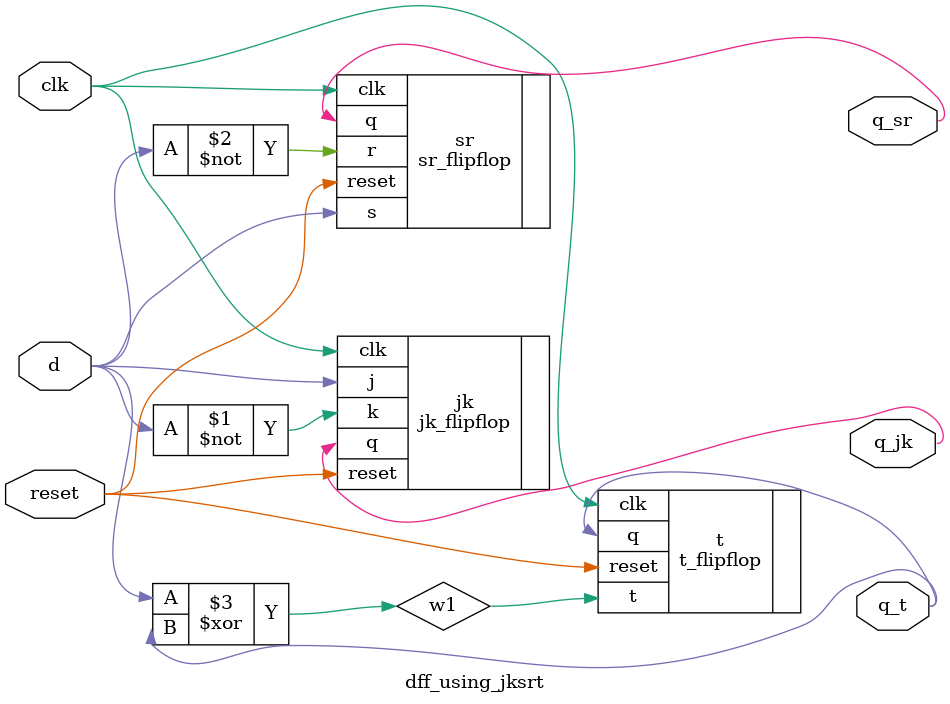
<source format=v>
`timescale 1ns / 1ps

module dff_using_jksrt(input d,clk,reset,
                       output q_jk,q_sr,q_t);
                       
wire w1;

jk_flipflop jk(.j(d),.k(~d),.clk(clk),.reset(reset),.q(q_jk));

sr_flipflop sr(.s(d),.r(~d),.clk(clk),.reset(reset),.q(q_sr));

assign w1=d^q_t;
t_flipflop t(.t(w1),.clk(clk),.reset(reset),.q(q_t)); 
                      
endmodule

</source>
